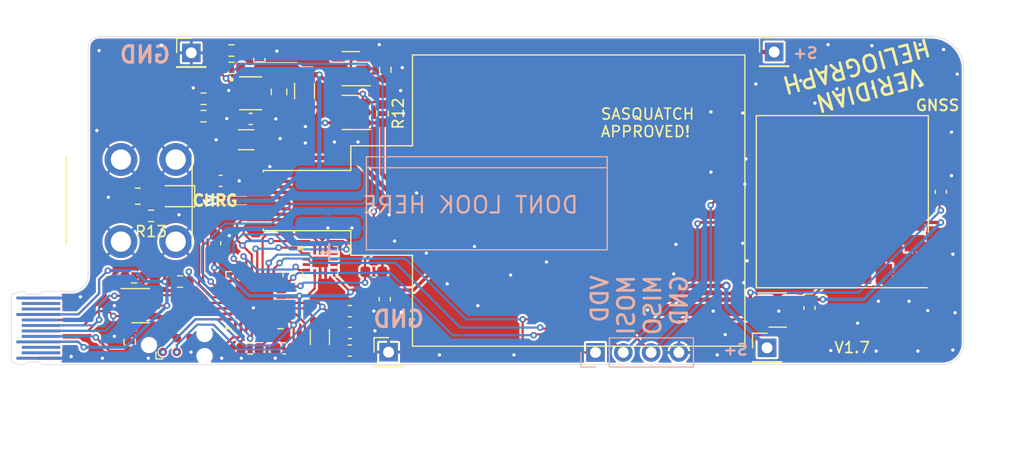
<source format=kicad_pcb>
(kicad_pcb (version 20211014) (generator pcbnew)
  (layers (0 "F.Cu" signal) (31 "B.Cu" signal) (34 "B.Paste" user) (35 "F.Paste" user) (36 "B.SilkS" user "B.Silkscreen") (37 "F.SilkS" user "F.Silkscreen") (38 "B.Mask" user) (39 "F.Mask" user) (44 "Edge.Cuts" user))
  (net 0 "")
  (net 1 "GND")
  (net 2 "VDD")
  (net 3 "GPS_UART_MOSI")
  (net 4 "GPS_UART_MISO")
  (net 5 "VBATSENSE")
  (net 6 "SPI_MOSI")
  (net 7 "SPI_CLK")
  (net 8 "SPI_MISO")
  (net 9 "/SOLAR1+")
  (net 10 "/SOLAR2+")
  (net 11 "XTAL2")
  (net 12 "XTAL1")
  (net 13 "DISPCS")
  (net 14 "Net-(R1-Pad1)")
  (net 16 "SWCLK")
  (net 17 "/FB")
  (net 19 "nRESET")
  (net 20 "SWDIO")
  (net 21 "Net-(L1-Pad1)")
  (net 22 "SWO")
  (net 23 "GPS_EN")
  (net 25 "Net-(L1-Pad2)")
  (net 26 "LCDEN")
  (net 31 "LED")
  (net 34 "MMU_INT")
  (net 37 "MMU_CS")
  (net 41 "/GPS_VDD")
  (net 43 "SOLAREN")
  (net 48 "VBAT")
  (net 49 "Net-(D1-Pad2)")
  (net 50 "Net-(J9-PadA5)")
  (net 51 "USB_P")
  (net 52 "USB_N")
  (net 54 "Net-(J9-PadB5)")
  (net 56 "VUSB")
  (net 57 "USBR_P")
  (net 58 "USBR_N")
  (net 59 "Net-(R11-Pad2)")
  (footprint "Heliograph:M4_RA_7792" (layer "F.Cu") (at 53 65 -90)
    (fp_text reference "J7" hide)
    (fp_text value "Screw_Terminal_01x01")
  )
  (footprint "Connector:Tag-Connect_TC2030-IDC-NL_2x03_P1.27mm_Vertical" (layer "F.Cu") (at 58.1 78.2)
    (fp_text reference "J6" hide)
    (fp_text value "Conn_02x03_Odd_Even")
  )
  (footprint "Capacitor_SMD:C_0603_1608Metric" (layer "F.Cu") (at 65.645 52.15 -90)
    (fp_text reference "C6" hide)
    (fp_text value "1uF")
  )
  (footprint "Resistor_SMD:R_0603_1608Metric" (layer "F.Cu") (at 58.4 72.4)
    (fp_text reference "R11" hide)
    (fp_text value "5.1K")
  )
  (footprint "Resistor_SMD:R_0603_1608Metric" (layer "F.Cu") (at 63.095 51.29)
    (fp_text reference "R3" hide)
    (fp_text value "432k")
  )
  (footprint "Capacitor_SMD:C_0603_1608Metric" (layer "F.Cu") (at 73.925 77.1)
    (fp_text reference "C13" hide)
    (fp_text value "11pF")
  )
  (footprint "Heliograph:LS013B7DH03" (layer "F.Cu") (at 66 65 90)
    (fp_text reference "J1" hide)
    (fp_text value "Conn_01x10_Female" hide)
  )
  (footprint "Resistor_SMD:R_0603_1608Metric" (layer "F.Cu") (at 77.15 53.05 -90)
    (fp_text reference "R4" hide)
    (fp_text value "86k")
  )
  (footprint "Veridian:USB_TYPE_C_PCB" (layer "F.Cu") (at 43 76.655 90)
    (fp_text reference "J9" hide)
    (fp_text value "USB_C_Receptacle_USB2.0")
    (fp_line (start -3.345 0.75) (end -3.345 1.25) (layer "Edge.Cuts") (width 0.05))
    (fp_line (start -3.045 0) (end -3.345 0.75) (layer "Edge.Cuts") (width 0.05))
    (fp_line (start 3.045 0) (end 3.345 0.75) (layer "Edge.Cuts") (width 0.05))
    (fp_line (start 3.345 2.75) (end 3.345 4.5) (layer "Edge.Cuts") (width 0.05))
    (fp_line (start -3.345 2.75) (end -3.345 4.5) (layer "Edge.Cuts") (width 0.05))
    (fp_line (start 3.345 0.75) (end 3.345 1.25) (layer "Edge.Cuts") (width 0.05))
    (fp_line (start 3.095 1.5) (end 3.095 2.5) (layer "Edge.Cuts") (width 0.05))
    (fp_line (start -3.095 1.5) (end -3.095 2.5) (layer "Edge.Cuts") (width 0.05))
    (fp_line (start -3.045 0) (end 3.045 0) (layer "Edge.Cuts") (width 0.05))
    (fp_arc (start -3.095 2.5) (mid -3.168223 2.676777) (end -3.345 2.75) (layer "Edge.Cuts") (width 0.05))
    (fp_arc (start -3.345 1.25) (mid -3.168223 1.323223) (end -3.095 1.5) (layer "Edge.Cuts") (width 0.05))
    (fp_arc (start 3.095 1.5) (mid 3.168223 1.323223) (end 3.345 1.25) (layer "Edge.Cuts") (width 0.05))
    (fp_arc (start 3.345 2.75) (mid 3.168223 2.676777) (end 3.095 2.5) (layer "Edge.Cuts") (width 0.05))
  )
  (footprint "Capacitor_SMD:C_0603_1608Metric" (layer "F.Cu") (at 61.6 68.9 90)
    (fp_text reference "C14" hide)
    (fp_text value "1uF")
  )
  (footprint "Capacitor_SMD:C_0603_1608Metric" (layer "F.Cu") (at 73.9 75.1)
    (fp_text reference "C2" hide)
    (fp_text value "1uF")
  )
  (footprint "Connector_PinHeader_2.54mm:PinHeader_1x01_P2.54mm_Vertical" (layer "F.Cu") (at 59.425 51.5)
    (fp_text reference "J3" hide)
    (fp_text value "GND")
  )
  (footprint "Resistor_SMD:R_0603_1608Metric" (layer "F.Cu") (at 55.75 66.4 180)
    (fp_text reference "R13")
    (fp_text value "5.1K")
  )
  (footprint "Capacitor_SMD:C_0603_1608Metric" (layer "F.Cu") (at 76.1 71.5 180)
    (fp_text reference "C7" hide)
    (fp_text value "1uF")
  )
  (footprint "Capacitor_SMD:C_0603_1608Metric" (layer "F.Cu") (at 77.1 74 -90)
    (fp_text reference "C17" hide)
    (fp_text value "1uF")
  )
  (footprint "Capacitor_SMD:C_0603_1608Metric" (layer "F.Cu") (at 115.9 74.8 90)
    (fp_text reference "C1" hide)
    (fp_text value "1uF")
  )
  (footprint "Package_TO_SOT_SMD:SOT-23-5" (layer "F.Cu") (at 74 56.95 180)
    (fp_text reference "U6" hide)
    (fp_text value "MAX40200AUK")
  )
  (footprint "Resistor_SMD:R_0603_1608Metric" (layer "F.Cu") (at 63.105 52.88 180)
    (fp_text reference "R2" hide)
    (fp_text value "432k")
  )
  (footprint "Capacitor_SMD:C_0603_1608Metric" (layer "F.Cu") (at 127.9 64.2 -90)
    (fp_text reference "C12" hide)
    (fp_text value "1uF")
  )
  (footprint "Inductor_SMD:L_0805_2012Metric_Pad1.15x1.40mm_HandSolder" (layer "F.Cu") (at 67.445 55.07 -90)
    (fp_text reference "L1" hide)
    (fp_text value "0.47uH")
  )
  (footprint "Package_TO_SOT_SMD:SOT-23-5" (layer "F.Cu") (at 113 75)
    (fp_text reference "U5" hide)
    (fp_text value "MAX40200AUK")
  )
  (footprint "Connector_PinHeader_2.54mm:PinHeader_1x01_P2.54mm_Vertical" (layer "F.Cu") (at 112.025 78.45)
    (fp_text reference "J4" hide)
    (fp_text value "Solar1+")
  )
  (footprint "Capacitor_SMD:C_0603_1608Metric" (layer "F.Cu") (at 62.1 63.2 180)
    (fp_text reference "C3" hide)
    (fp_text value "1uF")
  )
  (footprint "RF_GPS:ublox_SAM-M8Q" (layer "F.Cu") (at 118.9 65.1 180)
    (fp_text reference "U2" hide)
    (fp_text value "SAM-M10Q")
  )
  (footprint "Resistor_SMD:R_0603_1608Metric" (layer "F.Cu") (at 60.545 57.29 180)
    (fp_text reference "R6" hide)
    (fp_text value "432k")
  )
  (footprint "Package_TO_SOT_SMD:SOT-23-6" (layer "F.Cu") (at 54.8 74.6)
    (fp_text reference "U8" hide)
    (fp_text value "USBLC6-2SC6")
  )
  (footprint "Package_DFN_QFN:QFN-32-1EP_5x5mm_P0.5mm_EP3.45x3.45mm" (layer "F.Cu") (at 65.2 74.1 180)
    (fp_text reference "U3" hide)
    (fp_text value "STM32L432KCUx")
  )
  (footprint "Capacitor_SMD:C_1206_3216Metric" (layer "F.Cu") (at 69.77 54.99 90)
    (fp_text reference "C10" hide)
    (fp_text value "22uF")
  )
  (footprint "Resistor_SMD:R_0603_1608Metric" (layer "F.Cu") (at 76.9 57.05 -90)
    (fp_text reference "R12")
    (fp_text value "86k")
  )
  (footprint "Capacitor_SMD:C_0603_1608Metric" (layer "F.Cu") (at 67.9 78.5 180)
    (fp_text reference "C16" hide)
    (fp_text value "1uF")
  )
  (footprint "Connector_PinHeader_2.54mm:PinHeader_1x01_P2.54mm_Vertical" (layer "F.Cu") (at 112.675 51.425)
    (fp_text reference "J5" hide)
    (fp_text value "Solar2+")
  )
  (footprint "Capacitor_SMD:C_0603_1608Metric" (layer "F.Cu") (at 73.9 78.7)
    (fp_text reference "C15" hide)
    (fp_text value "11pF")
  )
  (footprint "Resistor_SMD:R_0603_1608Metric" (layer "F.Cu") (at 60.545 55.7)
    (fp_text reference "R7" hide)
    (fp_text value "86k")
  )
  (footprint "Crystal:Crystal_SMD_3215-2Pin_3.2x1.5mm" (layer "F.Cu") (at 71.175 77.475 -90)
    (fp_text reference "Y1" hide)
    (fp_text value "32.768")
  )
  (footprint "Connector_PinHeader_2.54mm:PinHeader_1x01_P2.54mm_Vertical" (layer "F.Cu") (at 77.45 78.85)
    (fp_text reference "J2" hide)
    (fp_text value "GND")
  )
  (footprint "Resistor_SMD:R_0603_1608Metric" (layer "F.Cu") (at 53.8 77.9 90)
    (fp_text reference "R9" hide)
    (fp_text value "5.1K")
  )
  (footprint "Capacitor_SMD:C_1206_3216Metric" (layer "F.Cu") (at 64.445 59.44)
    (fp_text reference "C9" hide)
    (fp_text value "22uF")
  )
  (footprint "digikey-footprints:BMI160" (layer "F.Cu") (at 71.2 70.6)
    (fp_text reference "U4" hide)
    (fp_text value "BMI160")
  )
  (footprint "Capacitor_SMD:C_0603_1608Metric" (layer "F.Cu") (at 64.855 57.54)
    (fp_text reference "C8" hide)
    (fp_text value "1uF")
  )
  (footprint "Diode_SMD:D_0805_2012Metric" (layer "F.Cu") (at 58.05 64.6 180)
    (fp_text reference "D1" hide)
    (fp_text value "LED_Small")
  )
  (footprint "Resistor_SMD:R_0603_1608Metric" (layer "F.Cu") (at 54.2 72)
    (fp_text reference "R8" hide)
    (fp_text value "5.1K")
  )
  (footprint "Resistor_SMD:R_0603_1608Metric" (layer "F.Cu") (at 64.8 78.5 180)
    (fp_text reference "R1" hide)
    (fp_text value "86k")
  )
  (footprint "Margo_Lib:VREG_TPS63802DLAR" (layer "F.Cu") (at 64.845 55.2)
    (fp_text reference "U1" hide)
    (fp_text value "TPS63802")
  )
  (footprint "Resistor_SMD:R_0805_2012Metric" (layer "F.Cu") (at 54.5375 64.6)
    (fp_text reference "R10" hide)
    (fp_text value "10")
  )
  (footprint "Package_TO_SOT_SMD:SOT-23-5" (layer "F.Cu") (at 74 52.95 180)
    (fp_text reference "U7" hide)
    (fp_text value "MAX40200AUK")
  )
  (footprint "Heliograph:TPLC3R8-25MR8X20" (layer "B.Cu") (at 75.42 65.25)
    (fp_text reference "C4" hide)
    (fp_text value "25F")
  )
  (footprint "Connector_PinSocket_2.54mm:PinSocket_1x04_P2.54mm_Vertical" (layer "B.Cu") (at 96.35 78.875 -90)
    (fp_text reference "J8" hide)
    (fp_text value "Conn_01x04_Male")
  )
  (gr_arc (start 127 50) (mid 129.12132 50.87868) (end 130 53) (layer "Edge.Cuts") (width 0.05))
  (gr_line (start 130 53) (end 130 78) (layer "Edge.Cuts") (width 0.05))
  (gr_arc (start 50 51) (mid 50.292894 50.292894) (end 51 50) (layer "Edge.Cuts") (width 0.05))
  (gr_line (start 128 80) (end 47.5 80) (layer "Edge.Cuts") (width 0.05))
  (gr_line (start 48.5 73.31) (end 47.5 73.31) (layer "Edge.Cuts") (width 0.05))
  (gr_arc (start 130 78) (mid 129.414214 79.414214) (end 128 80) (layer "Edge.Cuts") (width 0.05))
  (gr_line (start 50 51) (end 50 71.81) (layer "Edge.Cuts") (width 0.05))
  (gr_line (start 51 50) (end 127 50) (layer "Edge.Cuts") (width 0.05))
  (gr_arc (start 50 71.81) (mid 49.56066 72.87066) (end 48.5 73.31) (layer "Edge.Cuts") (width 0.05))
  (gr_text "GND" (at 78.375 75.825) (layer "B.SilkS") (effects (font (size 1.5 1.5) (thickness 0.3)) (justify mirror)))
  (gr_text "S+" (at 115.525 51.525) (layer "B.SilkS") (effects (font (size 1 1) (thickness 0.2)) (justify mirror)))
  (gr_text "S+" (at 109.15 78.625) (layer "B.SilkS") (effects (font (size 1 1) (thickness 0.2)) (justify mirror)))
  (gr_text "GND" (at 55.2 51.675) (layer "B.SilkS") (effects (font (size 1.5 1.5) (thickness 0.3)) (justify mirror)))
  (gr_text "DONT LOOK HERE " (at 84.35 65.4) (layer "B.SilkS") (effects (font (size 1.5 1.5) (thickness 0.2)) (justify mirror)))
  (gr_text "VDD\nMOSI\nMISO\nGND" (at 100.375 71.675 90) (layer "B.SilkS") (effects (font (size 1.5 1.5) (thickness 0.25)) (justify left mirror)))
  (gr_text "V1.7" (at 119.8 78.425) (layer "F.SilkS") (effects (font (size 1 1))))
  (gr_text "VERIDIAN \nHELIOGRAPH" (at 120.5 53.875 195) (layer "F.SilkS") (effects (font (size 1.5 1.5) (thickness 0.25))))
  (gr_text "SASQUATCH \nAPPROVED!" (at 96.75 57.9) (layer "F.SilkS") (effects (font (size 1 1)) (justify left)))
  (gr_text "CHRG" (at 61.6 65) (layer "F.SilkS") (effects (font (size 1 1) (thickness 0.25))))
  (gr_text "GNSS" (at 127.6 56.3) (layer "F.SilkS") (effects (font (size 1 1) (thickness 0.18))))
  (segment (start 63.46 72.2) (end 65.2 73.94) (width 0.2) (layer "F.Cu") (net 1))
  (segment (start 64.675 56.895) (end 64.08 57.49) (width 0.25) (layer "F.Cu") (net 1))
  (segment (start 64.925 55.2) (end 64.675 55.45) (width 0.25) (layer "F.Cu") (net 1))
  (segment (start 66.94 76.5275) (end 66.94 76) (width 0.2) (layer "F.Cu") (net 1))
  (segment (start 66.95 78.325) (end 67.125 78.5) (width 0.2) (layer "F.Cu") (net 1))
  (segment (start 65.395 55.2) (end 64.925 55.2) (width 0.25) (layer "F.Cu") (net 1))
  (segment (start 63.45 71.6625) (end 63.46 71.6725) (width 0.2) (layer "F.Cu") (net 1))
  (segment (start 63.46 71.6725) (end 63.46 72.2) (width 0.2) (layer "F.Cu") (net 1))
  (segment (start 66.94 76) (end 65.2 74.26) (width 0.2) (layer "F.Cu") (net 1))
  (segment (start 63.945 55.2) (end 65.395 55.2) (width 0.2) (layer "F.Cu") (net 1))
  (segment (start 64.675 55.45) (end 64.675 56.895) (width 0.25) (layer "F.Cu") (net 1))
  (segment (start 66.95 76.5375) (end 66.94 76.5275) (width 0.2) (layer "F.Cu") (net 1))
  (segment (start 53.6625 74.6) (end 52.4 74.6) (width 0.2) (layer "F.Cu") (net 1))
  (segment (start 66.95 76.5375) (end 66.95 78.325) (width 0.2) (layer "F.Cu") (net 1))
  (via (at 128.875 62.725) (size 0.6) (drill 0.3) (layers "F.Cu" "B.Cu") (net 1))
  (via (at 78 68.7) (size 0.6) (drill 0.3) (layers "F.Cu" "B.Cu") (net 1))
  (via (at 103.5 71.7) (size 0.6) (drill 0.3) (layers "F.Cu" "B.Cu") (net 1))
  (via (at 77.5 66.3) (size 0.6) (drill 0.3) (layers "F.Cu" "B.Cu") (net 1))
  (via (at 125 74.2) (size 0.6) (drill 0.3) (layers "F.Cu" "B.Cu") (net 1))
  (via (at 111 54.35) (size 0.6) (drill 0.3) (layers "F.Cu" "B.Cu") (net 1))
  (via (at 76.6 50.75) (size 0.6) (drill 0.3) (layers "F.Cu" "B.Cu") (net 1))
  (via (at 74.65 59.65) (size 0.6) (drill 0.3) (layers "F.Cu" "B.Cu") (net 1))
  (via (at 109.8 68.9) (size 0.6) (drill 0.3) (layers "F.Cu" "B.Cu") (net 1))
  (via (at 110 63.5) (size 0.6) (drill 0.3) (layers "F.Cu" "B.Cu") (net 1))
  (via (at 76.2 76.9) (size 0.6) (drill 0.3) (layers "F.Cu" "B.Cu") (net 1))
  (via (at 115.1 54.05) (size 0.6) (drill 0.3) (layers "F.Cu" "B.Cu") (net 1))
  (via (at 129.4 53.45) (size 0.6) (drill 0.3) (layers "F.Cu" "B.Cu") (net 1))
  (via (at 51.3 79.4) (size 0.6) (drill 0.3) (layers "F.Cu" "B.Cu") (net 1))
  (via (at 52.4 77.4) (size 0.6) (drill 0.3) (layers "F.Cu" "B.Cu") (net 1))
  (via (at 129 69.9) (size 0.6) (drill 0.3) (layers "F.Cu" "B.Cu") (net 1))
  (via (at 88.6 71.8) (size 0.6) (drill 0.3) (layers "F.Cu" "B.Cu") (net 1))
  (via (at 82.1 79.1) (size 0.6) (drill 0.3) (layers "F.Cu" "B.Cu") (net 1))
  (via (at 62.9 68.2) (size 0.6) (drill 0.3) (layers "F.Cu" "B.Cu") (net 1))
  (via (at 101.1 75) (size 0.6) (drill 0.3) (layers "F.Cu" "B.Cu") (net 1))
  (via (at 62.67 57.515) (size 0.6) (drill 0.3) (layers "F.Cu" "B.Cu") (net 1))
  (via (at 121.6 50.85) (size 0.6) (drill 0.3) (layers "F.Cu" "B.Cu") (net 1))
  (via (at 67.145 57.54) (size 0.6) (drill 0.3) (layers "F.Cu" "B.Cu") (net 1))
  (via (at 51.85 64.7) (size 0.6) (drill 0.3) (layers "F.Cu" "B.Cu") (net 1))
  (via (at 82.8 72.6) (size 0.6) (drill 0.3) (layers "F.Cu" "B.Cu") (net 1))
  (via (at 63.8 63.2) (size 0.6) (drill 0.3) (layers "F.Cu" "B.Cu") (net 1))
  (via (at 78.7 52.85) (size 0.6) (drill 0.3) (layers "F.Cu" "B.Cu") (net 1))
  (via (at 128.15 51.2) (size 0.6) (drill 0.3) (layers "F.Cu" "B.Cu") (net 1))
  (via (at 91.872047 70.605794) (size 0.6) (drill 0.3) (layers "F.Cu" "B.Cu") (net 1))
  (via (at 50.8 58.6) (size 0.6) (drill 0.3) (layers "F.Cu" "B.Cu") (net 1))
  (via (at 110.1 61.2) (size 0.6) (drill 0.3) (layers "F.Cu" "B.Cu") (net 1))
  (via (at 122 78.75) (size 0.6) (drill 0.3) (layers "F.Cu" "B.Cu") (net 1))
  (via (at 129.2 75.25) (size 0.6) (drill 0.3) (layers "F.Cu" "B.Cu") (net 1))
  (via (at 52.4 74.6) (size 0.6) (drill 0.3) (layers "F.Cu" "B.Cu") (net 1))
  (via (at 117.85 78.7) (size 0.6) (drill 0.3) (layers "F.Cu" "B.Cu") (net 1))
  (via (at 69.845 58.24) (size 0.6) (drill 0.3) (layers "F.Cu" "B.Cu") (net 1))
  (via (at 108.2 77.25) (size 0.6) (drill 0.3) (layers "F.Cu" "B.Cu") (net 1))
  (via (at 78.8 57.05) (size 0.6) (drill 0.3) (layers "F.Cu" "B.Cu") (net 1))
  (via (at 62.845 54.94) (size 0.6) (drill 0.3) (layers "F.Cu" "B.Cu") (net 1))
  (via (at 118.4 54.8) (size 0.6) (drill 0.3) (layers "F.Cu" "B.Cu") (net 1))
  (via (at 55.5 79.4) (size 0.6) (drill 0.3) (layers "F.Cu" "B.Cu") (net 1))
  (via (at 126.7 75.05) (size 0.6) (drill 0.3) (layers "F.Cu" "B.Cu") (net 1))
  (via (at 61.7 59.45) (size 0.6) (drill 0.3) (layers "F.Cu" "B.Cu") (net 1))
  (via (at 80.9 69.8) (size 0.6) (drill 0.3) (layers "F.Cu" "B.Cu") (net 1))
  (via (at 58.3 66.3) (size 0.6) (drill 0.3) (layers "F.Cu" "B.Cu") (net 1))
  (via (at 67.1 79.4) (size 0.6) (drill 0.3) (layers "F.Cu" "B.Cu") (net 1))
  (via (at 80 64.3) (size 0.6) (drill 0.3) (layers "F.Cu" "B.Cu") (net 1))
  (via (at 56.7 50.8) (size 0.6) (drill 0.3) (layers "F.Cu" "B.Cu") (net 1))
  (via (at 122.2 74.2) (size 0.6) (drill 0.3) (layers "F.Cu" "B.Cu") (net 1))
  (via (at 110.2 70.5) (size 0.6) (drill 0.3) (layers "F.Cu" "B.Cu") (net 1))
  (via (at 59.4 78.85) (size 0.6) (drill 0.3) (layers "F.Cu" "B.Cu") (net 1))
  (via (at 106.9 56.9) (size 0.6) (drill 0.3) (layers "F.Cu" "B.Cu") (net 1))
  (via (at 113.1 75.1) (size 0.6) (drill 0.3) (layers "F.Cu" "B.Cu") (net 1))
  (via (at 72.5 59.65) (size 0.6) (drill 0.3) (layers "F.Cu" "B.Cu") (net 1))
  (via (at 107.1 75.1) (size 0.6) (drill 0.3) (layers "F.Cu" "B.Cu") (net 1))
  (via (at 78.6 75.2) (size 0.6) (drill 0.3) (layers "F.Cu" "B.Cu") (net 1))
  (via (at 109.9 72.5) (size 0.6) (drill 0.3) (layers "F.Cu" "B.Cu") (net 1))
  (via (at 67.245 51.34) (size 0.6) (drill 0.3) (layers "F.Cu" "B.Cu") (net 1))
  (via (at 76.1 75.1) (size 0.6) (drill 0.3) (layers "F.Cu" "B.Cu") (net 1))
  (via (at 107.475 79.1) (size 0.6) (drill 0.3) (layers "F.Cu" "B.Cu") (net 1))
  (via (at 126 50.75) (size 0.6) (drill 0.3) (layers "F.Cu" "B.Cu") (net 1))
  (via (at 88.9 79.1) (size 0.6) (drill 0.3) (layers "F.Cu" "B.Cu") (net 1))
  (via (at 59.6 54.7) (size 0.6) (drill 0.3) (layers "F.Cu" "B.Cu") (net 1))
  (via (at 62.2 79.4) (size 0.6) (drill 0.3) (layers "F.Cu" "B.Cu") (net 1))
  (via (at 67.545 59.34) (size 0.6) (drill 0.3) (layers "F.Cu" "B.Cu") (net 1))
  (via (at 65.1 74.8) (size 0.6) (drill 0.3) (layers "F.Cu" "B.Cu") (net 1))
  (via (at 71.9 67.5) (size 0.6) (drill 0.3) (layers "F.Cu" "B.Cu") (net 1))
  (via (at 49.3 73.8) (size 0.6) (drill 0.3) (layers "F.Cu" "B.Cu") (net 1))
  (via (at 48.45 79.25) (size 0.6) (drill 0.3) (layers "F.Cu" "B.Cu") (net 1))
  (via (at 128.875 58.75) (size 0.6) (drill 0.3) (layers "F.Cu" "B.Cu") (net 1))
  (via (at 126 54.5) (size 0.6) (drill 0.3) (layers "F.Cu" "B.Cu") (net 1))
  (via (at 51 51.3) (size 0.6) (drill 0.3) (layers "F.Cu" "B.Cu") (net 1))
  (via (at 125.8 78.75) (size 0.6) (drill 0.3) (layers "F.Cu" "B.Cu") (net 1))
  (via (at 129 78.65) (size 0.6) (drill 0.3) (layers "F.Cu" "B.Cu") (net 1))
  (via (at 120.3 76.2) (size 0.6) (drill 0.3) (layers "F.Cu" "B.Cu") (net 1))
  (via (at 121.7 54.7) (size 0.6) (drill 0.3) (layers "F.Cu" "B.Cu") (net 1))
  (via (at 85.6 74.6) (size 0.6) (drill 0.3) (layers "F.Cu" "B.Cu") (net 1))
  (via (at 106.9 62.4) (size 0.6) (drill 0.3) (layers "F.Cu" "B.Cu") (net 1))
  (via (at 74.1 67.5) (size 0.6) (drill 0.3) (layers "F.Cu" "B.Cu") (net 1))
  (via (at 66.6 61.9) (size 0.6) (drill 0.3) (layers "F.Cu" "B.Cu") (net 1))
  (via (at 78.55 54.95) (size 0.6) (drill 0.3) (layers "F.Cu" "B.Cu") (net 1))
  (via (at 109.8 57) (size 0.6) (drill 0.3) (layers "F.Cu" "B.Cu") (net 1))
  (via (at 116.4 56.1) (size 0.6) (drill 0.3) (layers "F.Cu" "B.Cu") (net 1))
  (via (at 69.845 59.74) (size 0.6) (drill 0.3) (layers "F.Cu" "B.Cu") (net 1))
  (via (at 85.3 69.2) (size 0.6) (drill 0.3) (layers "F.Cu" "B.Cu") (net 1))
  (via (at 103.7 69) (size 0.6) (drill 0.3) (layers "F.Cu" "B.Cu") (net 1))
  (via (at 64 79.4) (size 0.6) (drill 0.3) (layers "F.Cu" "B.Cu") (net 1))
  (via (at 117.6 50.75) (size 0.6) (drill 0.3) (layers "F.Cu" "B.Cu") (net 1))
  (segment (start 83.025 69.775) (end 74.35 61.1) (width 0.4) (layer "F.Cu") (net 2))
  (segment (start 65.95 61.1) (end 61.4 61.1) (width 0.4) (layer "F.Cu") (net 2))
  (segment (start 61.525 71.525) (end 61.525 71.125) (width 0.2) (layer "F.Cu") (net 2))
  (segment (start 66.5 64.75) (end 62.05 64.75) (width 0.2) (layer "F.Cu") (net 2))
  (segment (start 65.595 56.2) (end 65.595 57.505) (width 0.2) (layer "F.Cu") (net 2))
  (segment (start 127.9 64.975) (end 127.775 65.1) (width 0.2) (layer "F.Cu") (net 2))
  (segment (start 68.775 76.375) (end 68.25 75.85) (width 0.2) (layer "F.Cu") (net 2))
  (segment (start 70.025 73.7) (end 70.625 73.1) (width 0.2) (layer "F.Cu") (net 2))
  (segment (start 70.7 73.025) (end 70.625 73.1) (width 0.2) (layer "F.Cu") (net 2))
  (segment (start 68.775 78.8) (end 68.775 76.375) (width 0.2) (layer "F.Cu") (net 2))
  (segment (start 69.15 73.85) (end 69.3 73.7) (width 0.2) (layer "F.Cu") (net 2))
  (segment (start 61.4 61.1) (end 61.3 61) (width 0.4) (layer "F.Cu") (net 2))
  (segment (start 68.25 75.85) (end 67.6375 75.85) (width 0.2) (layer "F.Cu") (net 2))
  (segment (start 87.3 74.05) (end 83.025 69.775) (width 0.4) (layer "F.Cu") (net 2))
  (segment (start 61.325 60.975) (end 59.72 59.37) (width 0.4) (layer "F.Cu") (net 2))
  (segment (start 83.025 69.875) (end 79.725 73.175) (width 0.3) (layer "F.Cu") (net 2))
  (segment (start 66.5 64.25) (end 61.55 64.25) (width 0.2) (layer "F.Cu") (net 2))
  (segment (start 62.35 72.35) (end 61.525 71.525) (width 0.2) (layer "F.Cu") (net 2))
  (segment (start 77.1 73.175) (end 74.160267 73.175) (width 0.3) (layer "F.Cu") (net 2))
  (segment (start 127.775 65.1) (end 127.775 65.775) (width 0.2) (layer "F.Cu") (net 2))
  (segment (start 79.725 73.175) (end 77.1 73.175) (width 0.3) (layer "F.Cu") (net 2))
  (segment (start 83.025 69.775) (end 83.025 69.875) (width 0.3) (layer "F.Cu") (net 2))
  (segment (start 70.7 71.6125) (end 70.7 73.025) (width 0.2) (layer "F.Cu") (net 2))
  (segment (start 72.4625 71.35) (end 72.4625 71.846233) (width 0.2) (layer "F.Cu") (net 2))
  (segment (start 61.525 69.75) (end 61.525 71.125) (width 0.3) (layer "F.Cu") (net 2))
  (segment (start 65.595 57.505) (end 65.63 57.54) (width 0.2) (layer "F.Cu") (net 2))
  (segment (start 74.160267 73.175) (end 73.975767 73.3595) (width 0.3) (layer "F.Cu") (net 2))
  (segment (start 61.325 63.2) (end 61.325 60.975) (width 0.4) (layer "F.Cu") (net 2))
  (segment (start 62.7625 72.35) (end 62.35 72.35) (width 0.2) (layer "F.Cu") (net 2))
  (segment (start 127.775 65.1) (end 125.5 65.1) (width 0.2) (layer "F.Cu") (net 2))
  (segment (start 61.325 64.025) (end 61.325 63.2) (width 0.3) (layer "F.Cu") (net 2))
  (segment (start 110.35 74.05) (end 87.3 74.05) (width 0.4) (layer "F.Cu") (net 2))
  (segment (start 72.4625 71.846233) (end 73.975767 73.3595) (width 0.2) (layer "F.Cu") (net 2))
  (segment (start 62.05 64.75) (end 61.325 64.025) (width 0.3) (layer "F.Cu") (net 2))
  (segment (start 65.92 59.44) (end 65.92 61.07) (width 0.4) (layer "F.Cu") (net 2))
  (segment (start 74.35 61.1) (end 65.95 61.1) (width 0.4) (layer "F.Cu") (net 2))
  (segment (start 127.775 65.775) (end 127.9 65.9) (width 0.2) (layer "F.Cu") (net 2))
  (segment (start 65.63 57.54) (end 65.63 59.15) (width 0.4) (layer "F.Cu") (net 2))
  (segment (start 65.92 61.07) (end 65.95 61.1) (width 0.4) (layer "F.Cu") (net 2))
  (segment (start 69.3 73.7) (end 70.025 73.7) (width 0.2) (layer "F.Cu") (net 2))
  (segment (start 110.5 73.4) (end 110.5 73.9) (width 0.3) (layer "F.Cu") (net 2))
  (segment (start 67.6375 73.85) (end 69.15 73.85) (width 0.2) (layer "F.Cu") (net 2))
  (segment (start 111.8625 74.05) (end 110.35 74.05) (width 0.4) (layer "F.Cu") (net 2))
  (segment (start 59.72 59.37) (end 59.72 57.29) (width 0.4) (layer "F.Cu") (net 2))
  (segment (start 61.6 69.675) (end 61.525 69.75) (width 0.3) (layer "F.Cu") (net 2))
  (segment (start 65.63 59.15) (end 65.92 59.44) (width 0.4) (layer "F.Cu") (net 2))
  (via (at 69.3 73.7) (size 0.6) (drill 0.3) (layers "F.Cu" "B.Cu") (net 2))
  (via (at 56.85 78.85) (size 0.6) (drill 0.3) (layers "F.Cu" "B.Cu") (net 2))
  (via (at 110.5 73.4) (size 0.6) (drill 0.3) (layers "F.Cu" "B.Cu") (net 2))
  (via (at 68.775 76.375) (size 0.6) (drill 0.3) (layers "F.Cu" "B.Cu") (net 2))
  (via (at 73.975767 73.3595) (size 0.6) (drill 0.3) (layers "F.Cu" "B.Cu") (net 2))
  (via (at 127.9 65.9) (size 0.6) (drill 0.3) (layers "F.Cu" "B.Cu") (net 2))
  (via (at 61.525 71.125) (size 0.6) (drill 0.3) (layers "F.Cu" "B.Cu") (net 2))
  (segment (start 59.8 75.85) (end 61.8 75.85) (width 0.2) (layer "B.Cu") (net 2))
  (segment (start 127.9 65.9) (end 120.4 73.4) (width 0.2) (layer "B.Cu") (net 2))
  (segment (start 120.4 73.4) (end 110.5 73.4) (width 0.2) (layer "B.Cu") (net 2))
  (segment (start 56.85 78.8) (end 59.8 75.85) (width 0.2) (layer "B.Cu") (net 2))
  (segment (start 64.190499 78.240499) (end 66.909501 78.240499) (width 0.2) (layer "B.Cu") (net 2))
  (segment (start 64.7 73.7) (end 62.125 71.125) (width 0.3) (layer "B.Cu") (net 2))
  (segment (start 73.635267 73.7) (end 73.975767 73.3595) (width 0.3) (layer "B.Cu") (net 2))
  (segment (start 69.3 73.7) (end 64.7 73.7) (width 0.3) (layer "B.Cu") (net 2))
  (segment (start 62.125 71.125) (end 61.525 71.125) (width 0.3) (layer "B.Cu") (net 2))
  (segment (start 69.3 73.7) (end 73.635267 73.7) (width 0.3) (layer "B.Cu") (net 2))
  (segment (start 61.8 75.85) (end 64.190499 78.240499) (width 0.2) (layer "B.Cu") (net 2))
  (segment (start 69.3 73.7) (end 69.3 75.85) (width 0.3) (layer "B.Cu") (net 2))
  (segment (start 69.3 75.85) (end 68.775 76.375) (width 0.3) (layer "B.Cu") (net 2))
  (segment (start 56.85 78.85) (end 56.85 78.8) (width 0.2) (layer "B.Cu") (net 2))
  (segment (start 66.909501 78.240499) (end 68.775 76.375) (width 0.2) (layer "B.Cu") (net 2))
  (segment (start 90.775 77.225) (end 90.7 77.3) (width 0.2) (layer "F.Cu") (net 3))
  (segment (start 98.89 78.875) (end 97.24 77.225) (width 0.2) (layer "F.Cu") (net 3))
  (segment (start 67.6375 72.35) (end 68.431068 72.35) (width 0.2) (layer "F.Cu") (net 3))
  (segment (start 97.24 77.225) (end 90.775 77.225) (width 0.2) (layer "F.Cu") (net 3))
  (segment (start 105.775 67) (end 105.675 67.1) (width 0.25) (layer "F.Cu") (net 3))
  (segment (start 68.431068 72.35) (end 68.740534 72.040534) (width 0.2) (layer "F.Cu") (net 3))
  (segment (start 112.3 67) (end 105.775 67) (width 0.25) (layer "F.Cu") (net 3))
  (via (at 105.675 67.1) (size 0.6) (drill 0.3) (layers "F.Cu" "B.Cu") (net 3))
  (via (at 68.740534 72.040534) (size 0.6) (drill 0.3) (layers "F.Cu" "B.Cu") (net 3))
  (via (at 90.7 77.3) (size 0.6) (drill 0.3) (layers "F.Cu" "B.Cu") (net 3))
  (segment (start 98.89 78.875) (end 105.675 72.09) (width 0.25) (layer "B.Cu") (net 3))
  (segment (start 90.7 77.3) (end 83.3 77.3) (width 0.2) (layer "B.Cu") (net 3))
  (segment (start 105.675 72.09) (end 105.675 67.1) (width 0.25) (layer "B.Cu") (net 3))
  (segment (start 83.3 77.3) (end 77.612994 71.612994) (width 0.2) (layer "B.Cu") (net 3))
  (segment (start 77.612994 71.612994) (end 69.168074 71.612994) (width 0.2) (layer "B.Cu") (net 3))
  (segment (start 69.168074 71.612994) (end 68.740534 72.040534) (width 0.2) (layer "B.Cu") (net 3))
  (segment (start 112.3 65.1) (end 107.2 65.1) (width 0.25) (layer "F.Cu") (net 4))
  (segment (start 66.95 71.25) (end 67.5 70.7) (width 0.2) (layer "F.Cu") (net 4))
  (segment (start 66.95 71.6625) (end 66.95 71.25) (width 0.2) (layer "F.Cu") (net 4))
  (segment (start 107.2 65.1) (end 106.875 65.425) (width 0.25) (layer "F.Cu") (net 4))
  (segment (start 101.43 78.875) (end 99.255 76.7) (width 0.2) (layer "F.Cu") (net 4))
  (segment (start 91.4 76.7) (end 99.255 76.7) (width 0.2) (layer "F.Cu") (net 4))
  (segment (start 91.3 76.6) (end 91.4 76.7) (width 0.2) (layer "F.Cu") (net 4))
  (via (at 106.875 65.425) (size 0.6) (drill 0.3) (layers "F.Cu" "B.Cu") (net 4))
  (via (at 91.3 76.6) (size 0.6) (drill 0.3) (layers "F.Cu" "B.Cu") (net 4))
  (via (at 67.5 70.7) (size 0.6) (drill 0.3) (layers "F.Cu" "B.Cu") (net 4))
  (segment (start 70.4 70.7) (end 78.1 70.7) (width 0.2) (layer "B.Cu") (net 4))
  (segment (start 106.875 73.43) (end 106.875 65.425) (width 0.25) (layer "B.Cu") (net 4))
  (segment (start 78.1 70.7) (end 84 76.6) (width 0.2) (layer "B.Cu") (net 4))
  (segment (start 84 76.6) (end 91.3 76.6) (width 0.2) (layer "B.Cu") (net 4))
  (segment (start 70 70.3) (end 70.4 70.7) (width 0.2) (layer "B.Cu") (net 4))
  (segment (start 67.5 70.7) (end 67.9 70.3) (width 0.2) (layer "B.Cu") (net 4))
  (segment (start 101.43 78.875) (end 106.875 73.43) (width 0.25) (layer "B.Cu") (net 4))
  (segment (start 67.9 70.3) (end 70 70.3) (width 0.2) (layer "B.Cu") (net 4))
  (segment (start 67.6375 72.85) (end 69.35 72.85) (width 0.2) (layer "F.Cu") (net 5))
  (segment (start 62.955 54.2) (end 62.595 53.84) (width 0.2) (layer "F.Cu") (net 5))
  (segment (start 62.595 53.84) (end 62.28 53.525) (width 0.2) (layer "F.Cu") (net 5))
  (segment (start 62.28 53.525) (end 62.28 52.88) (width 0.2) (layer "F.Cu") (net 5))
  (segment (start 63.945 54.2) (end 62.955 54.2) (width 0.2) (layer "F.Cu") (net 5))
  (segment (start 62.27 51.29) (end 62.27 52.87) (width 0.2) (layer "F.Cu") (net 5))
  (segment (start 62.27 52.87) (end 62.28 52.88) (width 0.2) (layer "F.Cu") (net 5))
  (segment (start 69.35 72.85) (end 69.4 72.8) (width 0.2) (layer "F.Cu") (net 5))
  (segment (start 76.1 69.6) (end 75.3 70.4) (width 0.2) (layer "F.Cu") (net 5))
  (segment (start 75.3 70.4) (end 75.3 72.5) (width 0.2) (layer "F.Cu") (net 5))
  (segment (start 76.1 66) (end 76.1 69.6) (width 0.2) (layer "F.Cu") (net 5))
  (via (at 75.3 72.5) (size 0.6) (drill 0.3) (layers "F.Cu" "B.Cu") (net 5))
  (via (at 69.4 72.8) (size 0.6) (drill 0.3) (layers "F.Cu" "B.Cu") (net 5))
  (via (at 62.595 53.84) (size 0.6) (drill 0.3) (layers "F.Cu" "B.Cu") (net 5))
  (via (at 76.1 66) (size 0.6) (drill 0.3) (layers "F.Cu" "B.Cu") (net 5))
  (segment (start 69.4 72.8) (end 69.7 72.5) (width 0.2) (layer "B.Cu") (net 5))
  (segment (start 63.935 52.5) (end 75.45 52.5) (width 0.2) (layer "B.Cu") (net 5))
  (segment (start 62.595 53.84) (end 63.935 52.5) (width 0.2) (layer "B.Cu") (net 5))
  (segment (start 76.9 65.2) (end 76.1 66) (width 0.2) (layer "B.Cu") (net 5))
  (segment (start 75.45 52.5) (end 76.9 53.95) (width 0.2) (layer "B.Cu") (net 5))
  (segment (start 76.9 53.95) (end 76.9 65.2) (width 0.2) (layer "B.Cu") (net 5))
  (segment (start 69.7 72.5) (end 75.3 72.5) (width 0.2) (layer "B.Cu") (net 5))
  (segment (start 63.6 68.6) (end 63.6 67.2) (width 0.2) (layer "F.Cu") (net 6))
  (segment (start 70.7 69.2) (end 70.2 68.7) (width 0.2) (layer "F.Cu") (net 6))
  (segment (start 70.7 69.5875) (end 70.7 69.2) (width 0.2) (layer "F.Cu") (net 6))
  (segment (start 64.05 66.75) (end 66.5 66.75) (width 0.2) (layer "F.Cu") (net 6))
  (segment (start 64.1 69.1) (end 63.6 68.6) (width 0.2) (layer "F.Cu") (net 6))
  (segment (start 70.2 68.7) (end 66.7 68.7) (width 0.2) (layer "F.Cu") (net 6))
  (segment (start 63.6 67.2) (end 64.05 66.75) (width 0.2) (layer "F.Cu") (net 6))
  (segment (start 64.95 69.95) (end 64.1 69.1) (width 0.2) (layer "F.Cu") (net 6))
  (segment (start 64.95 71.6625) (end 64.95 69.95) (width 0.2) (layer "F.Cu") (net 6))
  (via (at 64.1 69.1) (size 0.6) (drill 0.3) (layers "F.Cu" "B.Cu") (net 6))
  (via (at 66.7 68.7) (size 0.6) (drill 0.3) (layers "F.Cu" "B.Cu") (net 6))
  (segment (start 66.7 68.7) (end 64.5 68.7) (width 0.2) (layer "B.Cu") (net 6))
  (segment (start 64.5 68.7) (end 64.1 69.1) (width 0.2) (layer "B.Cu") (net 6))
  (segment (start 64.2 68) (end 64.8595 68.6595) (width 0.2) (layer "F.Cu") (net 7))
  (segment (start 65.9405 68.4595) (end 65.9405 68.6595) (width 0.2) (layer "F.Cu") (net 7))
  (segment (start 64.2 67.5) (end 64.2 68) (width 0.2) (layer "F.Cu") (net 7))
  (segment (start 66.5 67.25) (end 64.45 67.25) (width 0.2) (layer "F.Cu") (net 7))
  (segment (start 65.9405 68.6595) (end 65.9405 71.653) (width 0.2) (layer "F.Cu") (net 7))
  (segment (start 71.2 69.5875) (end 71.2 69) (width 0.2) (layer "F.Cu") (net 7))
  (segment (start 71.2 69) (end 70.3 68.1) (width 0.2) (layer "F.Cu") (net 7))
  (segment (start 66.3 68.1) (end 65.9405 68.4595) (width 0.2) (layer "F.Cu") (net 7))
  (segment (start 64.45 67.25) (end 64.2 67.5) (width 0.2) (layer "F.Cu") (net 7))
  (segment (start 70.3 68.1) (end 66.3 68.1) (width 0.2) (layer "F.Cu") (net 7))
  (segment (start 64.8595 68.6595) (end 65.9405 68.6595) (width 0.2) (layer "F.Cu") (net 7))
  (segment (start 65.9405 71.653) (end 65.95 71.6625) (width 0.2) (layer "F.Cu") (net 7))
  (segment (start 69.59375 69.85) (end 69.04375 69.3) (width 0.2) (layer "F.Cu") (net 8))
  (segment (start 69.9375 69.85) (end 69.59375 69.85) (width 0.2) (layer "F.Cu") (net 8))
  (segment (start 65.45 69.55) (end 65.3 69.4) (width 0.2) (layer "F.Cu") (net 8))
  (segment (start 65.45 71.6625) (end 65.45 69.55) (width 0.2) (layer "F.Cu") (net 8))
  (segment (start 69.04375 69.3) (end 67.4 69.3) (width 0.2) (layer "F.Cu") (net 8))
  (via (at 67.4 69.3) (size 0.6) (drill 0.3) (layers "F.Cu" "B.Cu") (net 8))
  (via (at 65.3 69.4) (size 0.6) (drill 0.3) (layers "F.Cu" "B.Cu") (net 8))
  (segment (start 67.4 69.3) (end 67.3 69.4) (width 0.2) (layer "B.Cu") (net 8))
  (segment (start 67.3 69.4) (end 65.3 69.4) (width 0.2) (layer "B.Cu") (net 8))
  (segment (start 76.875 62.575) (end 76.875 57.9) (width 0.4) (layer "F.Cu") (net 9))
  (segment (start 75.1375 57.9) (end 76.875 57.9) (width 0.3) (layer "F.Cu") (net 9))
  (segment (start 108.3 72.8) (end 87.1 72.8) (width 0.4) (layer "F.Cu") (net 9))
  (segment (start 76.875 57.9) (end 76.9 57.875) (width 0.2) (layer "F.Cu") (net 9))
  (segment (start 87.1 72.8) (end 76.875 62.575) (width 0.4) (layer "F.Cu") (net 9))
  (via (at 108.3 72.8) (size 0.8) (drill 0.4) (layers "F.Cu" "B.Cu") (net 9))
  (segment (start 108.3 74.725) (end 108.3 72.8) (width 0.4) (layer "B.Cu") (net 9))
  (segment (start 108.3 74.725) (end 112.025 78.45) (width 0.4) (layer "B.Cu") (net 9))
  (segment (start 79.825 53.875) (end 77.15 53.875) (width 0.4) (layer "F.Cu") (net 10))
  (segment (start 112.675 51.425) (end 82.275 51.425) (width 0.4) (layer "F.Cu") (net 10))
  (segment (start 75.1375 53.9) (end 77.05 53.9) (width 0.4) (layer "F.Cu") (net 10))
  (segment (start 82.275 51.425) (end 79.825 53.875) (width 0.4) (layer "F.Cu") (net 10))
  (segment (start 72.275 76.225) (end 71.175 76.225) (width 0.2) (layer "F.Cu") (net 11))
  (segment (start 69.8 74.85) (end 71.175 76.225) (width 0.2) (layer "F.Cu") (net 11))
  (segment (start 73.15 77.1) (end 72.275 76.225) (width 0.2) (layer "F.Cu") (net 11))
  (segment (start 67.6375 74.85) (end 69.8 74.85) (width 0.2) (layer "F.Cu") (net 11))
  (segment (start 70.75 78.725) (end 71.175 78.725) (width 0.2) (layer "F.Cu") (net 12))
  (segment (start 68.95 75.35) (end 69.8 76.2) (width 0.2) (layer "F.Cu") (net 12))
  (segment (start 69.8 77.775) (end 70.75 78.725) (width 0.2) (layer "F.Cu") (net 12))
  (segment (start 67.6375 75.35) (end 68.95 75.35) (width 0.2) (layer "F.Cu") (net 12))
  (segment (start 73.075 78.475) (end 72.825 78.725) (width 0.2) (layer "F.Cu") (net 12))
  (segment (start 69.8 76.2) (end 69.8 77.775) (width 0.2) (layer "F.Cu") (net 12))
  (segment (start 72.825 78.725) (end 71.175 78.725) (width 0.2) (layer "F.Cu") (net 12))
  (segment (start 61.45 66.25) (end 60.5 67.2) (width 0.2) (layer "F.Cu") (net 13))
  (segment (start 60.5 72.5) (end 61.35 73.35) (width 0.2) (layer "F.Cu") (net 13))
  (segment (start 60.5 67.2) (end 60.5 72.5) (width 0.2) (layer "F.Cu") (net 13))
  (segment (start 61.35 73.35) (end 62.7625 73.35) (width 0.2) (layer "F.Cu") (net 13))
  (segment (start 66.5 66.25) (end 61.45 66.25) (width 0.2) (layer "F.Cu") (net 13))
  (segment (start 66.45 77.675) (end 65.625 78.5) (width 0.2) (layer "F.Cu") (net 14))
  (segment (start 66.45 76.5375) (end 66.45 77.675) (width 0.2) (layer "F.Cu") (net 14))
  (segment (start 62.7625 75.85) (end 59.815 75.85) (width 0.2) (layer "F.Cu") (net 16))
  (segment (start 59.815 75.85) (end 58.1 77.565) (width 0.2) (layer "F.Cu") (net 16))
  (segment (start 63.945 55.7) (end 61.37 55.7) (width 0.2) (layer "F.Cu") (net 17))
  (segment (start 61.37 57.04) (end 61.37 55.7) (width 0.2) (layer "F.Cu") (net 17))
  (segment (start 71.05 74.35) (end 71.4 74.7) (width 0.2) (layer "F.Cu") (net 19))
  (segment (start 71.4 74.7) (end 71.8 75.1) (width 0.2) (layer "F.Cu") (net 19))
  (segment (start 58.1 79) (end 58.1 78.835) (width 0.2) (layer "F.Cu") (net 19))
  (segment (start 71.8 75.1) (end 73.125 75.1) (width 0.2) (layer "F.Cu") (net 19))
  (segment (start 67.6375 74.35) (end 71.05 74.35) (width 0.2) (layer "F.Cu") (net 19))
  (via (at 58.1 78.85) (size 0.6) (drill 0.3) (layers "F.Cu" "B.Cu") (net 19))
  (via (at 71.4 74.7) (size 0.6) (drill 0.3) (layers "F.Cu" "B.Cu") (net 19))
  (segment (start 67.5 78.6) (end 63.725719 78.6) (width 0.2) (layer "B.Cu") (net 19))
  (segment (start 63.725719 78.6) (end 61.464418 76.338699) (width 0.2) (layer "B.Cu") (net 19))
  (segment (start 59.961301 76.338699) (end 58.1 78.2) (width 0.2) (layer "B.Cu") (net 19))
  (segment (start 71.4 74.7) (end 67.5 78.6) (width 0.2) (layer "B.Cu") (net 19))
  (segment (start 58.1 78.2) (end 58.1 78.85) (width 0.2) (layer "B.Cu") (net 19))
  (segment (start 61.464418 76.338699) (end 59.961301 76.338699) (width 0.2) (layer "B.Cu") (net 19))
  (segment (start 62.7625 75.35) (end 59.045 75.35) (width 0.2) (layer "F.Cu") (net 20))
  (segment (start 59.045 75.35) (end 56.83 77.565) (width 0.2) (layer "F.Cu") (net 20))
  (segment (start 65.595 54.7) (end 66.395 54.7) (width 0.2) (layer "F.Cu") (net 21))
  (segment (start 66.395 54.7) (end 67.175 53.92) (width 0.2) (layer "F.Cu") (net 21))
  (segment (start 60.005 78.2) (end 59.37 77.565) (width 0.2) (layer "F.Cu") (net 22))
  (segment (start 63.95 76.5375) (end 63.95 77.3) (width 0.2) (layer "F.Cu") (net 22))
  (segment (start 63.95 77.3) (end 63.75 77.5) (width 0.2) (layer "F.Cu") (net 22))
  (segment (start 63.75 77.5) (end 63.2 77.5) (width 0.2) (layer "F.Cu") (net 22))
  (segment (start 62.5 78.2) (end 60.005 78.2) (width 0.2) (layer "F.Cu") (net 22))
  (segment (start 63.2 77.5) (end 62.5 78.2) (width 0.2) (layer "F.Cu") (net 22))
  (segment (start 89.7 78.1) (end 89.7 75.85) (width 0.2) (layer "F.Cu") (net 23))
  (segment (start 66.45 70.75) (end 66.5 70.7) (width 0.2) (layer "F.Cu") (net 23))
  (segment (start 96.35 78.875) (end 90.475 78.875) (width 0.2) (layer "F.Cu") (net 23))
  (segment (start 111.7625 75.85) (end 89.7 75.85) (width 0.2) (layer "F.Cu") (net 23))
  (segment (start 66.45 71.6625) (end 66.45 70.75) (width 0.2) (layer "F.Cu") (net 23))
  (segment (start 111.8625 75.95) (end 111.7625 75.85) (width 0.2) (layer "F.Cu") (net 23))
  (segment (start 90.475 78.875) (end 89.7 78.1) (width 0.2) (layer "F.Cu") (net 23))
  (via (at 66.5 70.7) (size 0.6) (drill 0.3) (layers "F.Cu" "B.Cu") (net 23))
  (via (at 89.7 75.85) (size 0.6) (drill 0.3) (layers "F.Cu" "B.Cu") (net 23))
  (segment (start 66.5 70.7) (end 67.259501 69.940499) (width 0.2) (layer "B.Cu") (net 23))
  (segment (start 67.259501 69.940499) (end 70.148911 69.940499) (width 0.2) (layer "B.Cu") (net 23))
  (segment (start 70.148911 69.940499) (end 70.508412 70.3) (width 0.2) (layer "B.Cu") (net 23))
  (segment (start 84.55 75.85) (end 89.7 75.85) (width 0.2) (layer "B.Cu") (net 23))
  (segment (start 79 70.3) (end 84.55 75.85) (width 0.2) (layer "B.Cu") (net 23))
  (segment (start 70.508412 70.3) (end 79 70.3) (width 0.2) (layer "B.Cu") (net 23))
  (segment (start 65.595 55.7) (end 66.655 55.7) (width 0.2) (layer "F.Cu") (net 25))
  (segment (start 66.655 55.7) (end 67.175 56.22) (width 0.2) (layer "F.Cu") (net 25))
  (segment (start 61.941589 65.25) (end 60.140499 67.05109) (width 0.2) (layer "F.Cu") (net 26))
  (segment (start 60.140499 67.05109) (end 60.140499 72.648911) (width 0.2) (layer "F.Cu") (net 26))
  (segment (start 61.341588 73.85) (end 62.7625 73.85) (width 0.2) (layer "F.Cu") (net 26))
  (segment (start 60.140499 72.648911) (end 61.341588 73.85) (width 0.2) (layer "F.Cu") (net 26))
  (segment (start 66.5 65.25) (end 61.941589 65.25) (width 0.2) (layer "F.Cu") (net 26))
  (segment (start 69.258746 71.35) (end 68.96224 71.053494) (width 0.2) (layer "F.Cu") (net 34))
  (segment (start 64.45 70.35) (end 64.2 70.1) (width 0.2) (layer "F.Cu") (net 34))
  (segment (start 69.9375 71.35) (end 69.258746 71.35) (width 0.2) (layer "F.Cu") (net 34))
  (segment (start 64.45 71.6625) (end 64.45 70.35) (width 0.2) (layer "F.Cu") (net 34))
  (via (at 64.2 70.1) (size 0.6) (drill 0.3) (layers "F.Cu" "B.Cu") (net 34))
  (via (at 68.96224 71.053494) (size 0.6) (drill 0.3) (layers "F.Cu" "B.Cu") (net 34))
  (segment (start 64.2 70.1) (end 65.4 71.3) (width 0.2) (layer "B.Cu") (net 34))
  (segment (start 65.4 71.3) (end 68.715734 71.3) (width 0.2) (layer "B.Cu") (net 34))
  (segment (start 68.715734 71.3) (end 68.96224 71.053494) (width 0.2) (layer "B.Cu") (net 34))
  (segment (start 63.95 70.95) (end 63.3 70.3) (width 0.2) (layer "F.Cu") (net 37))
  (segment (start 71.7 68.9) (end 71.9 68.7) (width 0.2) (layer "F.Cu") (net 37))
  (segment (start 73.3 68.7) (end 73.6 69) (width 0.2) (layer "F.Cu") (net 37))
  (segment (start 73.6 69) (end 73.6 69.4595) (width 0.2) (layer "F.Cu") (net 37))
  (segment (start 71.9 68.7) (end 73.3 68.7) (width 0.2) (layer "F.Cu") (net 37))
  (segment (start 71.7 69.5875) (end 71.7 68.9) (width 0.2) (layer "F.Cu") (net 37))
  (segment (start 63.95 71.6625) (end 63.95 70.95) (width 0.2) (layer "F.Cu") (net 37))
  (via (at 73.6 69.4595) (size 0.6) (drill 0.3) (layers "F.Cu" "B.Cu") (net 37))
  (via (at 63.3 70.3) (size 0.6) (drill 0.3) (layers "F.Cu" "B.Cu") (net 37))
  (segment (start 63.3 68.9) (end 64.1 68.1) (width 0.2) (layer "B.Cu") (net 37))
  (segment (start 64.1 68.1) (end 67.1 68.1) (width 0.2) (layer "B.Cu") (net 37))
  (segment (start 67.1 68.1) (end 68.4595 69.4595) (width 0.2) (layer "B.Cu") (net 37))
  (segment (start 63.3 70.3) (end 63.3 68.9) (width 0.2) (layer "B.Cu") (net 37))
  (segment (start 68.4595 69.4595) (end 73.6 69.4595) (width 0.2) (layer "B.Cu") (net 37))
  (segment (start 117 71.7) (end 117 72.925) (width 0.2) (layer "F.Cu") (net 41))
  (segment (start 115.9 74.025) (end 117.125 74.025) (width 0.3) (layer "F.Cu") (net 41))
  (segment (start 125.5 67) (end 127.9 67) (width 0.3) (layer "F.Cu") (net 41))
  (segment (start 117 72.925) (end 115.9 74.025) (width 0.2) (layer "F.Cu") (net 41))
  (segment (start 115.95625 74) (end 114.24375 74) (width 0.4) (layer "F.Cu") (net 41))
  (via (at 127.9 67) (size 0.6) (drill 0.3) (layers "F.Cu" "B.Cu") (net 41))
  (via (at 117.125 74.025) (size 0.6) (drill 0.3) (layers "F.Cu" "B.Cu") (net 41))
  (segment (start 120.875 74.025) (end 127.9 67) (width 0.3) (layer "B.Cu") (net 41))
  (segment (start 117.125 74.025) (end 120.875 74.025) (width 0.3) (layer "B.Cu") (net 41))
  (segment (start 75.1375 52) (end 74.3 52) (width 0.2) (layer "F.Cu") (net 43))
  (segment (start 75.1 55.9625) (end 75.1375 56) (width 0.2) (layer "F.Cu") (net 43))
  (segment (start 76.675 56) (end 76.9 56.225) (width 0.2) (layer "F.Cu") (net 43))
  (segment (start 75.1 55.25) (end 75.1 55.9625) (width 0.2) (layer "F.Cu") (net 43))
  (segment (start 74.3 52) (end 74 52.3) (width 0.2) (layer "F.Cu") (net 43))
  (segment (start 61.65 72.85) (end 61.2 72.4) (width 0.2) (layer "F.Cu") (net 43))
  (segment (start 75.1375 56) (end 76.675 56) (width 0.2) (layer "F.Cu") (net 43))
  (segment (start 75.1375 52) (end 76.925 52) (width 0.2) (layer "F.Cu") (net 43))
  (segment (start 62.7625 72.85) (end 61.65 72.85) (width 0.2) (layer "F.Cu") (net 43))
  (segment (start 76.925 52) (end 77.15 52.225) (width 0.2) (layer "F.Cu") (net 43))
  (segment (start 74 54.55) (end 74.7 55.25) (width 0.2) (layer "F.Cu") (net 43))
  (segment (start 74.7 55.25) (end 75.1 55.25) (width 0.2) (layer "F.Cu") (net 43))
  (segment (start 74 52.3) (end 74 54.55) (width 0.2) (layer "F.Cu") (net 43))
  (via (at 75.1 55.25) (size 0.6) (drill 0.3) (layers "F.Cu" "B.Cu") (net 43))
  (via (at 61.2 72.4) (size 0.6) (drill 0.3) (layers "F.Cu" "B.Cu") (net 43))
  (segment (start 62.5 67.1) (end 60.4 69.2) (width 0.2) (layer "B.Cu") (net 43))
  (segment (start 66.8 67.1) (end 62.5 67.1) (width 0.2) (layer "B.Cu") (net 43))
  (segment (start 60.4 69.2) (end 60.4 71.6) (width 0.2) (layer "B.Cu") (net 43))
  (segment (start 60.4 71.6) (end 61.2 72.4) (width 0.2) (layer "B.Cu") (net 43))
  (segment (start 75.1 55.25) (end 75.95 56.1) (width 0.2) (layer "B.Cu") (net 43))
  (segment (start 75.95 64.45) (end 75.1 65.3) (width 0.2) (layer "B.Cu") (net 43))
  (segment (start 68.6 65.3) (end 66.8 67.1) (width 0.2) (layer "B.Cu") (net 43))
  (segment (start 75.1 65.3) (end 68.6 65.3) (width 0.2) (layer "B.Cu") (net 43))
  (segment (start 75.95 56.1) (end 75.95 64.45) (width 0.2) (layer "B.Cu") (net 43))
  (segment (start 72.8625 57.9) (end 71.65 57.9) (width 0.3) (layer "F.Cu") (net 48))
  (segment (start 65.645 52.925) (end 65.83 52.74) (width 0.4) (layer "F.Cu") (net 48))
  (segment (start 58.9875 64.6) (end 60.6 64.6) (width 0.4) (layer "F.Cu") (net 48))
  (segment (start 65.595 53.035) (end 65.57 53.01) (width 0.2) (layer "F.Cu") (net 48))
  (segment (start 65.645 52.925) (end 63.975 52.925) (width 0.2) (layer "F.Cu") (net 48))
  (segment (start 60.6 64.6) (end 61 65) (width 0.4) (layer "F.Cu") (net 48))
  (segment (start 63.975 52.925) (end 63.93 52.88) (width 0.2) (layer "F.Cu") (net 48))
  (segment (start 69.32 53.065) (end 69.77 53.515) (width 0.3) (layer "F.Cu") (net 48))
  (segment (start 69.77 53.515) (end 71.045 53.515) (width 0.5) (layer "F.Cu") (net 48))
  (segment (start 71.525 53.9) (end 71.125 53.5) (width 0.3) (layer "F.Cu") (net 48))
  (segment (start 71.1 53.525) (end 71.125 53.5) (width 0.5) (layer "F.Cu") (net 48))
  (segment (start 68.995 52.74) (end 69.77 53.515) (width 0.4) (layer "F.Cu") (net 48))
  (segment (start 65.83 52.74) (end 68.995 52.74) (width 0.4) (layer "F.Cu") (net 48))
  (segment (start 65.595 54.2) (end 65.595 53.035) (width 0.25) (layer "F.Cu") (net 48))
  (segment (start 72.8625 53.9) (end 71.525 53.9) (width 0.3) (layer "F.Cu") (net 48))
  (via (at 71.125 53.5) (size 0.6) (drill 0.3) (layers "F.Cu" "B.Cu") (net 48))
  (via (at 61 65) (size 0.6) (drill 0.3) (layers "F.Cu" "B.Cu") (net 48))
  (via (at 71.65 57.9) (size 0.6) (drill 0.3) (layers "F.Cu" "B.Cu") (net 48))
  (segment (start 71.92 63) (end 68.8 63) (width 0.4) (layer "B.Cu") (net 48))
  (segment (start 71.2 57.9) (end 71.125 57.825) (width 0.3) (layer "B.Cu") (net 48))
  (segment (start 71.125 62.205) (end 71.92 63) (width 0.4) (layer "B.Cu") (net 48))
  (segment (start 71.125 53.5) (end 71.125 57.825) (width 0.4) (layer "B.Cu") (net 48))
  (segment (start 71.65 57.9) (end 71.2 57.9) (width 0.3) (layer "B.Cu") (net 48))
  (segment (start 68.8 63) (end 66.8 65) (width 0.4) (layer "B.Cu") (net 48))
  (segment (start 66.8 65) (end 61 65) (width 0.4) (layer "B.Cu") (net 48))
  (segment (start 71.125 57.825) (end 71.125 62.205) (width 0.4) (layer "B.Cu") (net 48))
  (segment (start 55.45 64.6) (end 57.1125 64.6) (width 0.4) (layer "F.Cu") (net 49))
  (segment (start 49.4 75.9) (end 46.7 75.9) (width 0.2) (layer "F.Cu") (net 50))
  (segment (start 51.6 73.7) (end 49.4 75.9) (width 0.2) (layer "F.Cu") (net 50))
  (segment (start 52.7 72) (end 51.6 73.1) (width 0.2) (layer "F.Cu") (net 50))
  (segment (start 53.375 72) (end 52.7 72) (width 0.2) (layer "F.Cu") (net 50))
  (segment (start 51.6 73.1) (end 51.6 73.7) (width 0.2) (layer "F.Cu") (net 50))
  (segment (start 62.7625 74.85) (end 58.35 74.85) (width 0.2) (layer "F.Cu") (net 51))
  (segment (start 58.35 74.85) (end 57.65 75.55) (width 0.2) (layer "F.Cu") (net 51))
  (segment (start 57.65 75.55) (end 55.9375 75.55) (width 0.2) (layer "F.Cu") (net 51))
  (segment (start 62.7625 74.35) (end 58.55 74.35) (width 0.2) (layer "F.Cu") (net 52))
  (segment (start 57.85 73.65) (end 55.9375 73.65) (width 0.2) (layer "F.Cu") (net 52))
  (segment (start 58.55 74.35) (end 57.85 73.65) (width 0.2) (layer "F.Cu") (net 52))
  (segment (start 50.7 77.5) (end 51.925 78.725) (width 0.2) (layer "F.Cu") (net 54))
  (segment (start 51.925 78.725) (end 53.8 78.725) (width 0.2) (layer "F.Cu") (net 54))
  (via (at 50.7 77.5) (size 0.6) (drill 0.3) (layers "F.Cu" "B.Cu") (net 54))
  (segment (start 46.7 77.4) (end 50.6 77.4) (width 0.2) (layer "B.Cu") (net 54))
  (segment (start 50.6 77.4) (end 50.7 77.5) (width 0.2) (layer "B.Cu") (net 54))
  (segment (start 46.45 75.4) (end 49.1 75.4) (width 0.2) (layer "F.Cu") (net 56))
  (segment (start 55.55 69.95) (end 57 71.4) (width 0.3) (layer "F.Cu") (net 56))
  (segment (start 53.625 65.1) (end 55.55 67.025) (width 0.3) (layer "F.Cu") (net 56))
  (segment (start 49.1 75.4) (end 51 73.5) (width 0.2) (layer "F.Cu") (net 56))
  (segment (start 51 72.2) (end 51.8 71.4) (width 0.2) (layer "F.Cu") (net 56))
  (segment (start 55.9375 74.6) (end 57.2 74.6) (width 0.2) (layer "F.Cu") (net 56))
  (segment (start 49.1 77.9) (end 49.6 78.4) (width 0.2) (layer "F.Cu") (net 56))
  (segment (start 57 71.4) (end 57 72.4) (width 0.3) (layer "F.Cu") (net 56))
  (segment (start 55.55 67.025) (end 55.55 69.95) (width 0.3) (layer "F.Cu") (net 56))
  (segment (start 57.575 72.4) (end 57 72.4) (width 0.3) (layer "F.Cu") (net 56))
  (segment (start 46.45 77.9) (end 49.1 77.9) (width 0.2) (layer "F.Cu") (net 56))
  (segment (start 53.625 64.6) (end 53.625 65.1) (width 0.3) (layer "F.Cu") (net 56))
  (segment (start 51 73.5) (end 51 72.2) (width 0.2) (layer "F.Cu") (net 56))
  (via (at 51.8 71.4) (size 0.6) (drill 0.3) (layers "F.Cu" "B.Cu") (net 56))
  (via (at 57 72.4) (size 0.6) (drill 0.3) (layers "F.Cu" "B.Cu") (net 56))
  (via (at 57.2 74.6) (size 0.6) (drill 0.3) (layers "F.Cu" "B.Cu") (net 56))
  (via (at 49.6 78.4) (size 0.6) (drill 0.3) (layers "F.Cu" "B.Cu") (net 56))
  (segment (start 45.45 75.405) (end 49.095 75.405) (width 0.2) (layer "B.Cu") (net 56))
  (segment (start 54.25 71.4) (end 51.8 71.4) (width 0.3) (layer "B.Cu") (net 56))
  (segment (start 51 72.2) (end 51.8 71.4) (width 0.2) (layer "B.Cu") (net 56))
  (segment (start 53.4 78.4) (end 49.6 78.4) (width 0.3) (layer "B.Cu") (net 56))
  (segment (start 49.1 77.9) (end 46.45 77.9) (width 0.2) (layer "B.Cu") (net 56))
  (segment (start 51 73.5) (end 51 72.2) (width 0.2) (layer "B.Cu") (net 56))
  (segment (start 57.2 74.6) (end 53.4 78.4) (width 0.3) (layer "B.Cu") (net 56))
  (segment (start 49.095 75.405) (end 51 73.5) (width 0.2) (layer "B.Cu") (net 56))
  (segment (start 57.2 72.6) (end 57 72.4) (width 0.3) (layer "B.Cu") (net 56))
  (segment (start 57.2 74.6) (end 57.2 72.6) (width 0.3) (layer "B.Cu") (net 56))
  (segment (start 49.6 78.4) (end 49.1 77.9) (width 0.2) (layer "B.Cu") (net 56))
  (segment (start 57 72.4) (end 55.25 72.4) (width 0.3) (layer "B.Cu") (net 56))
  (segment (start 55.25 72.4) (end 54.25 71.4) (width 0.3) (layer "B.Cu") (net 56))
  (segment (start 49.6 76.4) (end 50.9 75.1) (width 0.2) (layer "F.Cu") (net 57))
  (segment (start 46.7 76.4) (end 49.6 76.4) (width 0.2) (layer "F.Cu") (net 57))
  (segment (start 52.30625 75.55) (end 53.6625 75.55) (width 0.2) (layer "F.Cu") (net 57))
  (segment (start 51.85625 75.1) (end 52.30625 75.55) (width 0.2) (layer "F.Cu") (net 57))
  (segment (start 50.9 75.1) (end 51.85625 75.1) (width 0.2) (layer "F.Cu") (net 57))
  (via (at 52.30625 75.55) (size 0.6) (drill 0.3) (layers "F.Cu" "B.Cu") (net 57))
  (segment (start 52.30625 76.19375) (end 52.30625 75.55) (width 0.2) (layer "B.Cu") (net 57))
  (segment (start 46.7 76.9) (end 51.6 76.9) (width 0.2) (layer "B.Cu") (net 57))
  (segment (start 51.6 76.9) (end 52.30625 76.19375) (width 0.2) (layer "B.Cu") (net 57))
  (segment (start 52.4 73.7) (end 53.6125 73.7) (width 0.2) (layer "F.Cu") (net 58))
  (segment (start 46.7 76.9) (end 50 76.9) (width 0.2) (layer "F.Cu") (net 58))
  (segment (start 53.6125 73.7) (end 53.6625 73.65) (width 0.2) (layer "F.Cu") (net 58))
  (segment (start 50 76.9) (end 51 75.9) (width 0.2) (layer "F.Cu") (net 58))
  (via (at 52.4 73.7) (size 0.6) (drill 0.3) (layers "F.Cu" "B.Cu") (net 58))
  (via (at 51 75.9) (size 0.6) (drill 0.3) (layers "F.Cu" "B.Cu") (net 58))
  (segment (start 52.4 73.7) (end 51.9 73.7) (width 0.2) (layer "B.Cu") (net 58))
  (segment (start 51 74.6) (end 51 75.9) (width 0.2) (layer "B.Cu") (net 58))
  (segment (start 46.7 76.4) (end 50.5 76.4) (width 0.2) (layer "B.Cu") (net 58))
  (segment (start 51.9 73.7) (end 51 74.6) (width 0.2) (layer "B.Cu") (net 58))
  (segment (start 50.5 76.4) (end 51 75.9) (width 0.2) (layer "B.Cu") (net 58))
  (segment (start 59.225 72.4) (end 59.225 71.525) (width 0.2) (layer "F.Cu") (net 59))
  (segment (start 59.225 71.525) (end 59.2 71.5) (width 0.2) (layer "F.Cu") (net 59))
  (segment (start 64.95 76.5375) (end 64.95 77.45) (width 0.2) (layer "F.Cu") (net 59))
  (segment (start 64.95 77.45) (end 64.8 77.6) (width 0.2) (layer "F.Cu") (net 59))
  (via (at 64.8 77.6) (size 0.6) (drill 0.3) (layers "F.Cu" "B.Cu") (net 59))
  (via (at 59.2 71.5) (size 0.6) (drill 0.3) (layers "F.Cu" "B.Cu") (net 59))
  (segment (start 64.8 77.4) (end 64.8 77.6) (width 0.2) (layer "B.Cu") (net 59))
  (segment (start 59.2 71.8) (end 64.8 77.4) (width 0.2) (layer "B.Cu") (net 59))
  (segment (start 59.2 71.5) (end 59.2 71.8) (width 0.2) (layer "B.Cu") (net 59))
  (zone (net 1) (net_name "GND") (layers F&B.Cu) (connect_pads (clearance 0.2)) (min_thickness 0.15) (fill yes (thermal_gap 0.2) (thermal_bridge_width 0.254))
    (polygon (pts (xy 135.516615 83.926847) (xy 41.95 83.1) (xy 41.95 47.3) (xy 134.616615 46.676847)))
  )
  (zone (net 0) (net_name "") (layer "F.Cu") (connect_pads (clearance 0)) (min_thickness 0.254)
    (keepout (tracks allowed) (vias allowed) (pads allowed) (copperpour not_allowed) (footprints allowed))
    (fill (thermal_gap 0.508) (thermal_bridge_width 0.508))
    (polygon (pts (xy 68.645 55.74) (xy 65.045 55.74) (xy 65.045 53.04) (xy 68.645 53.04)))
  )
)
</source>
